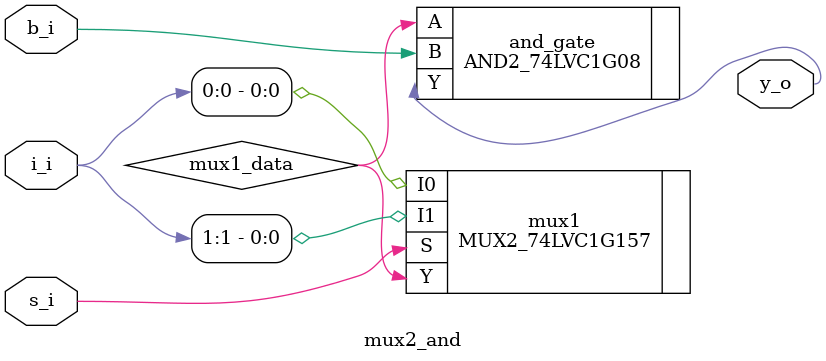
<source format=v>

module mux2_and (
  `ifdef PWR_PINS
  input  VDD,
  input  GND,
  `endif
  input [1:0] i_i,
  input       s_i,
  input       b_i,
  output      y_o
);
  wire mux1_data;

  MUX2_74LVC1G157 mux1 (
  `ifdef PWR_PINS
    .VDD ( VDD ),
    .GND ( GND ),
  `endif
    .I0 ( i_i[0]    ),
    .I1 ( i_i[1]    ),
    .S  ( s_i       ),
    .Y  ( mux1_data )
  );

  AND2_74LVC1G08 and_gate (
  `ifdef PWR_PINS
    .VDD ( VDD ),
    .GND ( GND ),
  `endif
    .A ( mux1_data ),
    .B ( b_i       ),
    .Y ( y_o       )
  );

endmodule

</source>
